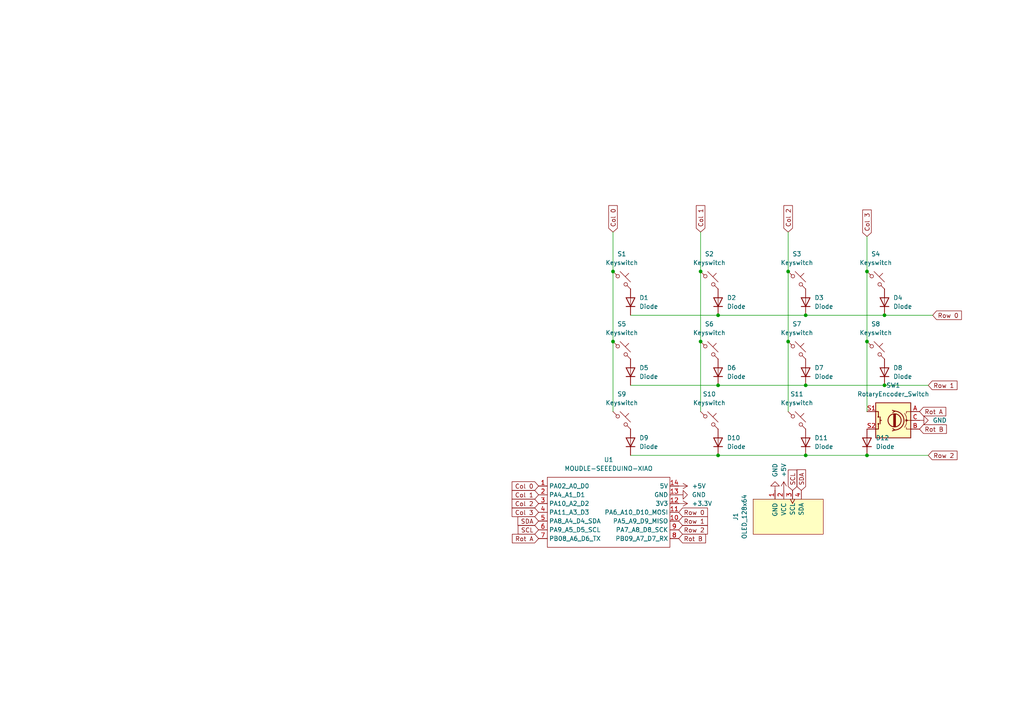
<source format=kicad_sch>
(kicad_sch (version 20231120) (generator "eeschema") (generator_version "8.0")
  (paper "A4")
  (lib_symbols
    (symbol "Device:RotaryEncoder_Switch" (pin_names (offset 0.254) hide)
      (property "Reference" "SW" (at 0 6.604 0))
      (property "Value" "RotaryEncoder_Switch" (at 0 -6.604 0))
      (symbol "RotaryEncoder_Switch_0_1"
        (rectangle (start -5.08 5.08) (end 5.08 -5.08) (stroke (width 0.254)) (fill (type background)))
        (circle (center -3.81 0) (radius 0.254) (fill (type outline)))
        (circle (center -0.381 0) (radius 1.905) (stroke (width 0.254)))
        (arc (start -0.381 2.667) (mid -3.0988 -0.0635) (end -0.381 -2.794) (stroke (width 0.254)))
        (polyline (pts (xy -0.635 -1.778) (xy -0.635 1.778)) (stroke (width 0.254)))
        (polyline (pts (xy -0.381 -1.778) (xy -0.381 1.778)) (stroke (width 0.254)))
        (polyline (pts (xy -0.127 1.778) (xy -0.127 -1.778)) (stroke (width 0.254)))
        (polyline (pts (xy 3.81 0) (xy 3.429 0)) (stroke (width 0.254)))
        (polyline (pts (xy 3.81 1.016) (xy 3.81 -1.016)) (stroke (width 0.254)))
        (polyline (pts (xy -5.08 -2.54) (xy -3.81 -2.54) (xy -3.81 -2.032)))
        (polyline (pts (xy -5.08 2.54) (xy -3.81 2.54) (xy -3.81 2.032)))
        (polyline (pts (xy 0.254 -3.048) (xy -0.508 -2.794) (xy 0.127 -2.413)) (stroke (width 0.254)))
        (polyline (pts (xy 0.254 2.921) (xy -0.508 2.667) (xy 0.127 2.286)) (stroke (width 0.254)))
        (polyline (pts (xy 5.08 -2.54) (xy 4.318 -2.54) (xy 4.318 -1.016)) (stroke (width 0.254)))
        (polyline (pts (xy 5.08 2.54) (xy 4.318 2.54) (xy 4.318 1.016)) (stroke (width 0.254)))
        (polyline (pts (xy -5.08 0) (xy -3.81 0) (xy -3.81 -1.016) (xy -3.302 -2.032)))
        (polyline (pts (xy -4.318 0) (xy -3.81 0) (xy -3.81 1.016) (xy -3.302 2.032)))
        (circle (center 4.318 -1.016) (radius 0.127) (stroke (width 0.254)))
        (circle (center 4.318 1.016) (radius 0.127) (stroke (width 0.254)))
      )
      (symbol "RotaryEncoder_Switch_1_1"
        (pin passive line (at -7.62 2.54 0) (length 2.54) (name "A") (number "A"))
        (pin passive line (at -7.62 -2.54 0) (length 2.54) (name "B") (number "B"))
        (pin passive line (at -7.62 0 0) (length 2.54) (name "C") (number "C"))
        (pin passive line (at 7.62 2.54 180) (length 2.54) (name "S1") (number "S1"))
        (pin passive line (at 7.62 -2.54 180) (length 2.54) (name "S2") (number "S2"))
      )
    )
    (symbol "MOUDLE-SEEEDUINO-XIAO:MOUDLE-SEEEDUINO-XIAO"
      (property "Reference" "U" (at -16.51 11.43 0))
      (property "Value" "MOUDLE-SEEEDUINO-XIAO" (at -3.81 -11.43 0))
      (symbol "MOUDLE-SEEEDUINO-XIAO_0_1"
        (rectangle (start -16.51 10.16) (end 19.05 -10.16))
      )
      (symbol "MOUDLE-SEEEDUINO-XIAO_1_1"
        (pin passive line (at -19.05 7.62 0) (length 2.54) (name "PA02_A0_D0") (number "1"))
        (pin passive line (at 21.59 -2.54 180) (length 2.54) (name "PA5_A9_D9_MISO") (number "10"))
        (pin passive line (at 21.59 0 180) (length 2.54) (name "PA6_A10_D10_MOSI") (number "11"))
        (pin passive line (at 21.59 2.54 180) (length 2.54) (name "3V3") (number "12"))
        (pin passive line (at 21.59 5.08 180) (length 2.54) (name "GND") (number "13"))
        (pin passive line (at 21.59 7.62 180) (length 2.54) (name "5V") (number "14"))
        (pin passive line (at -19.05 5.08 0) (length 2.54) (name "PA4_A1_D1") (number "2"))
        (pin passive line (at -19.05 2.54 0) (length 2.54) (name "PA10_A2_D2") (number "3"))
        (pin passive line (at -19.05 0 0) (length 2.54) (name "PA11_A3_D3") (number "4"))
        (pin passive line (at -19.05 -2.54 0) (length 2.54) (name "PA8_A4_D4_SDA") (number "5"))
        (pin passive line (at -19.05 -5.08 0) (length 2.54) (name "PA9_A5_D5_SCL") (number "6"))
        (pin passive line (at -19.05 -7.62 0) (length 2.54) (name "PB08_A6_D6_TX") (number "7"))
        (pin passive line (at 21.59 -7.62 180) (length 2.54) (name "PB09_A7_D7_RX") (number "8"))
        (pin passive line (at 21.59 -5.08 180) (length 2.54) (name "PA7_A8_D8_SCK") (number "9"))
      )
    )
    (symbol "ScottoKeebs:OLED_128x64" (pin_names (offset 1.016))
      (property "Reference" "J" (at 0 -11.43 0))
      (property "Value" "OLED_128x64" (at 0 -7.62 0))
      (symbol "OLED_128x64_0_1"
        (rectangle (start 10.16 -10.16) (end -10.16 0) (fill (type background)))
      )
      (symbol "OLED_128x64_1_1"
        (pin power_in line (at -3.81 2.54 270) (length 2.54) (name "GND") (number "1"))
        (pin power_in line (at -1.27 2.54 270) (length 2.54) (name "VCC") (number "2"))
        (pin input clock (at 1.27 2.54 270) (length 2.54) (name "SCL") (number "3"))
        (pin bidirectional line (at 3.81 2.54 270) (length 2.54) (name "SDA") (number "4"))
      )
    )
    (symbol "ScottoKeebs:Placeholder_Diode" (pin_numbers hide) (pin_names hide)
      (property "Reference" "D" (at 0 2.54 0))
      (property "Value" "Diode" (at 0 -2.54 0))
      (symbol "Placeholder_Diode_0_1"
        (polyline (pts (xy -1.27 1.27) (xy -1.27 -1.27)) (stroke (width 0.254)))
        (polyline (pts (xy 1.27 0) (xy -1.27 0)))
        (polyline (pts (xy 1.27 1.27) (xy 1.27 -1.27) (xy -1.27 0) (xy 1.27 1.27)) (stroke (width 0.254)))
      )
      (symbol "Placeholder_Diode_1_1"
        (pin passive line (at -3.81 0 0) (length 2.54) (name "K") (number "1"))
        (pin passive line (at 3.81 0 180) (length 2.54) (name "A") (number "2"))
      )
    )
    (symbol "ScottoKeebs:Placeholder_Keyswitch" (pin_numbers hide) (pin_names (offset 1.016) hide)
      (property "Reference" "S" (at 3.048 1.016 0))
      (property "Value" "Keyswitch" (at 0 -3.81 0))
      (symbol "Placeholder_Keyswitch_0_1"
        (circle (center -1.1684 1.1684) (radius 0.508))
        (polyline (pts (xy -0.508 2.54) (xy 2.54 -0.508)))
        (polyline (pts (xy 1.016 1.016) (xy 2.032 2.032)))
        (polyline (pts (xy -2.54 2.54) (xy -1.524 1.524) (xy -1.524 1.524)))
        (polyline (pts (xy 1.524 -1.524) (xy 2.54 -2.54) (xy 2.54 -2.54) (xy 2.54 -2.54)))
        (circle (center 1.143 -1.1938) (radius 0.508))
        (pin passive line (at -2.54 2.54 0) (length 0) (name "1") (number "1"))
        (pin passive line (at 2.54 -2.54 180) (length 0) (name "2") (number "2"))
      )
    )
    (symbol "power:+3.3V" (power) (pin_numbers hide) (pin_names (offset 0) hide)
      (property "Value" "+3.3V" (at 0 3.556 0))
      (symbol "+3.3V_0_1"
        (polyline (pts (xy -0.762 1.27) (xy 0 2.54)))
        (polyline (pts (xy 0 0) (xy 0 2.54)))
        (polyline (pts (xy 0 2.54) (xy 0.762 1.27)))
      )
      (symbol "+3.3V_1_1"
        (pin power_in line (at 0 0 90) (length 0) (name "~") (number "1"))
      )
    )
    (symbol "power:+5V" (power) (pin_numbers hide) (pin_names (offset 0) hide)
      (property "Value" "+5V" (at 0 3.556 0))
      (symbol "+5V_0_1"
        (polyline (pts (xy -0.762 1.27) (xy 0 2.54)))
        (polyline (pts (xy 0 0) (xy 0 2.54)))
        (polyline (pts (xy 0 2.54) (xy 0.762 1.27)))
      )
      (symbol "+5V_1_1"
        (pin power_in line (at 0 0 90) (length 0) (name "~") (number "1"))
      )
    )
    (symbol "power:GND" (power) (pin_numbers hide) (pin_names (offset 0) hide)
      (property "Value" "GND" (at 0 -3.81 0))
      (symbol "GND_0_1"
        (polyline (pts (xy 0 0) (xy 0 -1.27) (xy 1.27 -1.27) (xy 0 -2.54) (xy -1.27 -1.27) (xy 0 -1.27)))
      )
      (symbol "GND_1_1"
        (pin power_in line (at 0 0 270) (length 0) (name "~") (number "1"))
      )
    )
  )
  (junction (at 233.68 132.08))
  (junction (at 251.46 78.74))
  (junction (at 256.54 91.44))
  (junction (at 233.68 91.44))
  (junction (at 228.6 99.06))
  (junction (at 251.46 99.06))
  (junction (at 177.8 78.74))
  (junction (at 233.68 111.76))
  (junction (at 203.2 78.74))
  (junction (at 228.6 78.74))
  (junction (at 251.46 132.08))
  (junction (at 208.28 91.44))
  (junction (at 208.28 111.76))
  (junction (at 208.28 132.08))
  (junction (at 177.8 99.06))
  (junction (at 203.2 99.06))
  (junction (at 256.54 111.76))
  (wire (pts (xy 251.46 68.58) (xy 251.46 78.74)))
  (wire (pts (xy 256.54 111.76) (xy 269.24 111.76)))
  (wire (pts (xy 208.28 111.76) (xy 233.68 111.76)))
  (wire (pts (xy 233.68 91.44) (xy 256.54 91.44)))
  (wire (pts (xy 203.2 67.31) (xy 203.2 78.74)))
  (wire (pts (xy 233.68 111.76) (xy 256.54 111.76)))
  (wire (pts (xy 208.28 91.44) (xy 233.68 91.44)))
  (wire (pts (xy 203.2 78.74) (xy 203.2 99.06)))
  (wire (pts (xy 228.6 99.06) (xy 228.6 119.38)))
  (wire (pts (xy 177.8 99.06) (xy 177.8 119.38)))
  (wire (pts (xy 233.68 132.08) (xy 251.46 132.08)))
  (wire (pts (xy 251.46 99.06) (xy 251.46 119.38)))
  (wire (pts (xy 228.6 78.74) (xy 228.6 99.06)))
  (wire (pts (xy 251.46 78.74) (xy 251.46 99.06)))
  (wire (pts (xy 177.8 67.31) (xy 177.8 78.74)))
  (wire (pts (xy 182.88 91.44) (xy 208.28 91.44)))
  (wire (pts (xy 256.54 91.44) (xy 270.51 91.44)))
  (wire (pts (xy 182.88 111.76) (xy 208.28 111.76)))
  (wire (pts (xy 228.6 67.31) (xy 228.6 78.74)))
  (wire (pts (xy 182.88 132.08) (xy 208.28 132.08)))
  (wire (pts (xy 251.46 132.08) (xy 269.24 132.08)))
  (wire (pts (xy 208.28 132.08) (xy 233.68 132.08)))
  (wire (pts (xy 203.2 99.06) (xy 203.2 119.38)))
  (wire (pts (xy 177.8 78.74) (xy 177.8 99.06)))
  (global_label "Row 2" (shape input) (at 269.24 132.08 0) (property "Intersheetrefs" "${INTERSHEET_REFS}" (effects (hide yes))))
  (global_label "Col 2" (shape input) (at 156.21 146.05 180) (property "Intersheetrefs" "${INTERSHEET_REFS}" (effects (hide yes))))
  (global_label "Row 0" (shape input) (at 196.85 148.59 0) (property "Intersheetrefs" "${INTERSHEET_REFS}" (effects (hide yes))))
  (global_label "Row 1" (shape input) (at 269.24 111.76 0) (property "Intersheetrefs" "${INTERSHEET_REFS}" (effects (hide yes))))
  (global_label "Col 0" (shape input) (at 177.8 67.31 90) (property "Intersheetrefs" "${INTERSHEET_REFS}" (effects (hide yes))))
  (global_label "Col 1" (shape input) (at 156.21 143.51 180) (property "Intersheetrefs" "${INTERSHEET_REFS}" (effects (hide yes))))
  (global_label "Col 0" (shape input) (at 156.21 140.97 180) (property "Intersheetrefs" "${INTERSHEET_REFS}" (effects (hide yes))))
  (global_label "Col 3" (shape input) (at 156.21 148.59 180) (property "Intersheetrefs" "${INTERSHEET_REFS}" (effects (hide yes))))
  (global_label "Rot A" (shape input) (at 156.21 156.21 180) (property "Intersheetrefs" "${INTERSHEET_REFS}" (effects (hide yes))))
  (global_label "SDA" (shape input) (at 156.21 151.13 180) (property "Intersheetrefs" "${INTERSHEET_REFS}" (effects (hide yes))))
  (global_label "Rot B" (shape input) (at 266.7 124.46 0) (property "Intersheetrefs" "${INTERSHEET_REFS}" (effects (hide yes))))
  (global_label "Row 0" (shape input) (at 270.51 91.44 0) (property "Intersheetrefs" "${INTERSHEET_REFS}" (effects (hide yes))))
  (global_label "Col 2" (shape input) (at 228.6 67.31 90) (property "Intersheetrefs" "${INTERSHEET_REFS}" (effects (hide yes))))
  (global_label "Rot B" (shape input) (at 196.85 156.21 0) (property "Intersheetrefs" "${INTERSHEET_REFS}" (effects (hide yes))))
  (global_label "Col 3" (shape input) (at 251.46 68.58 90) (property "Intersheetrefs" "${INTERSHEET_REFS}" (effects (hide yes))))
  (global_label "SCL" (shape input) (at 229.87 142.24 90) (property "Intersheetrefs" "${INTERSHEET_REFS}" (effects (hide yes))))
  (global_label "SDA" (shape input) (at 232.41 142.24 90) (property "Intersheetrefs" "${INTERSHEET_REFS}" (effects (hide yes))))
  (global_label "SCL" (shape input) (at 156.21 153.67 180) (property "Intersheetrefs" "${INTERSHEET_REFS}" (effects (hide yes))))
  (global_label "Row 1" (shape input) (at 196.85 151.13 0) (property "Intersheetrefs" "${INTERSHEET_REFS}" (effects (hide yes))))
  (global_label "Col 1" (shape input) (at 203.2 67.31 90) (property "Intersheetrefs" "${INTERSHEET_REFS}" (effects (hide yes))))
  (global_label "Row 2" (shape input) (at 196.85 153.67 0) (property "Intersheetrefs" "${INTERSHEET_REFS}" (effects (hide yes))))
  (global_label "Rot A" (shape input) (at 266.7 119.38 0) (property "Intersheetrefs" "${INTERSHEET_REFS}" (effects (hide yes))))
  (symbol (lib_id "ScottoKeebs:Placeholder_Keyswitch") (at 231.14 101.6 0) (unit 1)
    (property "Reference" "S7" (at 231.14 93.98 0))
    (property "Value" "Keyswitch" (at 231.14 96.52 0))
    (property "Footprint" "ScottoKeebs_MX:MX_PCB_1.00u" (effects (hide yes)))
    (property "Description" "Push button switch, normally open, two pins, 45° tilted" (effects (hide yes)))
  )
  (symbol (lib_id "ScottoKeebs:Placeholder_Diode") (at 208.28 87.63 90) (unit 1)
    (property "Reference" "D2" (at 210.82 86.3599 90) (effects (justify right)))
    (property "Value" "Diode" (at 210.82 88.8999 90) (effects (justify right)))
    (property "Footprint" "ScottoKeebs_Components:Diode_DO-35" (effects (hide yes)))
    (property "Description" "1N4148 (DO-35) or 1N4148W (SOD-123)" (effects (hide yes)))
    (property "Sim.Device" "D" (effects (hide yes)))
    (property "Sim.Pins" "1=K 2=A" (effects (hide yes)))
  )
  (symbol (lib_id "ScottoKeebs:Placeholder_Keyswitch") (at 231.14 81.28 0) (unit 1)
    (property "Reference" "S3" (at 231.14 73.66 0))
    (property "Value" "Keyswitch" (at 231.14 76.2 0))
    (property "Footprint" "ScottoKeebs_MX:MX_PCB_1.00u" (effects (hide yes)))
    (property "Description" "Push button switch, normally open, two pins, 45° tilted" (effects (hide yes)))
  )
  (symbol (lib_id "ScottoKeebs:Placeholder_Keyswitch") (at 254 101.6 0) (unit 1)
    (property "Reference" "S8" (at 254 93.98 0))
    (property "Value" "Keyswitch" (at 254 96.52 0))
    (property "Footprint" "ScottoKeebs_MX:MX_PCB_1.00u" (effects (hide yes)))
    (property "Description" "Push button switch, normally open, two pins, 45° tilted" (effects (hide yes)))
  )
  (symbol (lib_id "power:GND") (at 196.85 143.51 90) (unit 1)
    (property "Reference" "#PWR01" (effects (hide yes)))
    (property "Value" "GND" (at 200.66 143.5099 90) (effects (justify right)))
    (property "Description" "Power symbol creates a global label with name \"GND\" , ground" (effects (hide yes)))
  )
  (symbol (lib_id "ScottoKeebs:Placeholder_Diode") (at 182.88 87.63 90) (unit 1)
    (property "Reference" "D1" (at 185.42 86.3599 90) (effects (justify right)))
    (property "Value" "Diode" (at 185.42 88.8999 90) (effects (justify right)))
    (property "Footprint" "ScottoKeebs_Components:Diode_DO-35" (effects (hide yes)))
    (property "Description" "1N4148 (DO-35) or 1N4148W (SOD-123)" (effects (hide yes)))
    (property "Sim.Device" "D" (effects (hide yes)))
    (property "Sim.Pins" "1=K 2=A" (effects (hide yes)))
  )
  (symbol (lib_id "ScottoKeebs:Placeholder_Diode") (at 182.88 128.27 90) (unit 1)
    (property "Reference" "D9" (at 185.42 126.9999 90) (effects (justify right)))
    (property "Value" "Diode" (at 185.42 129.5399 90) (effects (justify right)))
    (property "Footprint" "ScottoKeebs_Components:Diode_DO-35" (effects (hide yes)))
    (property "Description" "1N4148 (DO-35) or 1N4148W (SOD-123)" (effects (hide yes)))
    (property "Sim.Device" "D" (effects (hide yes)))
    (property "Sim.Pins" "1=K 2=A" (effects (hide yes)))
  )
  (symbol (lib_id "ScottoKeebs:Placeholder_Keyswitch") (at 180.34 81.28 0) (unit 1)
    (property "Reference" "S1" (at 180.34 73.66 0))
    (property "Value" "Keyswitch" (at 180.34 76.2 0))
    (property "Footprint" "ScottoKeebs_MX:MX_PCB_1.00u" (effects (hide yes)))
    (property "Description" "Push button switch, normally open, two pins, 45° tilted" (effects (hide yes)))
  )
  (symbol (lib_id "ScottoKeebs:Placeholder_Diode") (at 208.28 107.95 90) (unit 1)
    (property "Reference" "D6" (at 210.82 106.6799 90) (effects (justify right)))
    (property "Value" "Diode" (at 210.82 109.2199 90) (effects (justify right)))
    (property "Footprint" "ScottoKeebs_Components:Diode_DO-35" (effects (hide yes)))
    (property "Description" "1N4148 (DO-35) or 1N4148W (SOD-123)" (effects (hide yes)))
    (property "Sim.Device" "D" (effects (hide yes)))
    (property "Sim.Pins" "1=K 2=A" (effects (hide yes)))
  )
  (symbol (lib_id "ScottoKeebs:Placeholder_Keyswitch") (at 180.34 101.6 0) (unit 1)
    (property "Reference" "S5" (at 180.34 93.98 0))
    (property "Value" "Keyswitch" (at 180.34 96.52 0))
    (property "Footprint" "ScottoKeebs_MX:MX_PCB_1.00u" (effects (hide yes)))
    (property "Description" "Push button switch, normally open, two pins, 45° tilted" (effects (hide yes)))
  )
  (symbol (lib_id "ScottoKeebs:Placeholder_Diode") (at 182.88 107.95 90) (unit 1)
    (property "Reference" "D5" (at 185.42 106.6799 90) (effects (justify right)))
    (property "Value" "Diode" (at 185.42 109.2199 90) (effects (justify right)))
    (property "Footprint" "ScottoKeebs_Components:Diode_DO-35" (effects (hide yes)))
    (property "Description" "1N4148 (DO-35) or 1N4148W (SOD-123)" (effects (hide yes)))
    (property "Sim.Device" "D" (effects (hide yes)))
    (property "Sim.Pins" "1=K 2=A" (effects (hide yes)))
  )
  (symbol (lib_id "ScottoKeebs:Placeholder_Diode") (at 256.54 107.95 90) (unit 1)
    (property "Reference" "D8" (at 259.08 106.6799 90) (effects (justify right)))
    (property "Value" "Diode" (at 259.08 109.2199 90) (effects (justify right)))
    (property "Footprint" "ScottoKeebs_Components:Diode_DO-35" (effects (hide yes)))
    (property "Description" "1N4148 (DO-35) or 1N4148W (SOD-123)" (effects (hide yes)))
    (property "Sim.Device" "D" (effects (hide yes)))
    (property "Sim.Pins" "1=K 2=A" (effects (hide yes)))
  )
  (symbol (lib_id "ScottoKeebs:Placeholder_Diode") (at 208.28 128.27 90) (unit 1)
    (property "Reference" "D10" (at 210.82 126.9999 90) (effects (justify right)))
    (property "Value" "Diode" (at 210.82 129.5399 90) (effects (justify right)))
    (property "Footprint" "ScottoKeebs_Components:Diode_DO-35" (effects (hide yes)))
    (property "Description" "1N4148 (DO-35) or 1N4148W (SOD-123)" (effects (hide yes)))
    (property "Sim.Device" "D" (effects (hide yes)))
    (property "Sim.Pins" "1=K 2=A" (effects (hide yes)))
  )
  (symbol (lib_id "MOUDLE-SEEEDUINO-XIAO:MOUDLE-SEEEDUINO-XIAO") (at 175.26 148.59 0) (unit 1)
    (property "Reference" "U1" (at 176.53 133.35 0))
    (property "Value" "MOUDLE-SEEEDUINO-XIAO" (at 176.53 135.89 0))
    (property "Footprint" "XIAO_PCB:MOUDLE14P-2.54-21X17.8MM" (effects (hide yes)))
  )
  (symbol (lib_id "ScottoKeebs:Placeholder_Keyswitch") (at 205.74 81.28 0) (unit 1)
    (property "Reference" "S2" (at 205.74 73.66 0))
    (property "Value" "Keyswitch" (at 205.74 76.2 0))
    (property "Footprint" "ScottoKeebs_MX:MX_PCB_1.00u" (effects (hide yes)))
    (property "Description" "Push button switch, normally open, two pins, 45° tilted" (effects (hide yes)))
  )
  (symbol (lib_id "ScottoKeebs:Placeholder_Diode") (at 256.54 87.63 90) (unit 1)
    (property "Reference" "D4" (at 259.08 86.3599 90) (effects (justify right)))
    (property "Value" "Diode" (at 259.08 88.8999 90) (effects (justify right)))
    (property "Footprint" "ScottoKeebs_Components:Diode_DO-35" (effects (hide yes)))
    (property "Description" "1N4148 (DO-35) or 1N4148W (SOD-123)" (effects (hide yes)))
    (property "Sim.Device" "D" (effects (hide yes)))
    (property "Sim.Pins" "1=K 2=A" (effects (hide yes)))
  )
  (symbol (lib_id "Device:RotaryEncoder_Switch") (at 259.08 121.92 0) (mirror y) (unit 1)
    (property "Reference" "SW1" (at 259.08 111.76 0))
    (property "Value" "RotaryEncoder_Switch" (at 259.08 114.3 0))
    (property "Footprint" "Rotary_Encoder:RotaryEncoder_Alps_EC11E-Switch_Vertical_H20mm" (effects (hide yes)))
    (property "Description" "Rotary encoder, dual channel, incremental quadrate outputs, with switch" (effects (hide yes)))
  )
  (symbol (lib_id "ScottoKeebs:Placeholder_Diode") (at 233.68 128.27 90) (unit 1)
    (property "Reference" "D11" (at 236.22 126.9999 90) (effects (justify right)))
    (property "Value" "Diode" (at 236.22 129.5399 90) (effects (justify right)))
    (property "Footprint" "ScottoKeebs_Components:Diode_DO-35" (effects (hide yes)))
    (property "Description" "1N4148 (DO-35) or 1N4148W (SOD-123)" (effects (hide yes)))
    (property "Sim.Device" "D" (effects (hide yes)))
    (property "Sim.Pins" "1=K 2=A" (effects (hide yes)))
  )
  (symbol (lib_id "power:GND") (at 224.79 142.24 180) (unit 1)
    (property "Reference" "#PWR04" (effects (hide yes)))
    (property "Value" "GND" (at 224.7899 138.43 90) (effects (justify right)))
    (property "Description" "Power symbol creates a global label with name \"GND\" , ground" (effects (hide yes)))
  )
  (symbol (lib_id "power:+5V") (at 196.85 140.97 270) (unit 1)
    (property "Reference" "#PWR02" (effects (hide yes)))
    (property "Value" "+5V" (at 200.66 140.9699 90) (effects (justify left)))
    (property "Description" "Power symbol creates a global label with name \"+5V\"" (effects (hide yes)))
  )
  (symbol (lib_id "ScottoKeebs:Placeholder_Keyswitch") (at 205.74 121.92 0) (unit 1)
    (property "Reference" "S10" (at 205.74 114.3 0))
    (property "Value" "Keyswitch" (at 205.74 116.84 0))
    (property "Footprint" "ScottoKeebs_MX:MX_PCB_1.00u" (effects (hide yes)))
    (property "Description" "Push button switch, normally open, two pins, 45° tilted" (effects (hide yes)))
  )
  (symbol (lib_id "ScottoKeebs:Placeholder_Diode") (at 251.46 128.27 90) (unit 1)
    (property "Reference" "D12" (at 254 126.9999 90) (effects (justify right)))
    (property "Value" "Diode" (at 254 129.5399 90) (effects (justify right)))
    (property "Footprint" "ScottoKeebs_Components:Diode_DO-35" (effects (hide yes)))
    (property "Description" "1N4148 (DO-35) or 1N4148W (SOD-123)" (effects (hide yes)))
    (property "Sim.Device" "D" (effects (hide yes)))
    (property "Sim.Pins" "1=K 2=A" (effects (hide yes)))
  )
  (symbol (lib_id "ScottoKeebs:Placeholder_Keyswitch") (at 254 81.28 0) (unit 1)
    (property "Reference" "S4" (at 254 73.66 0))
    (property "Value" "Keyswitch" (at 254 76.2 0))
    (property "Footprint" "ScottoKeebs_MX:MX_PCB_1.00u" (effects (hide yes)))
    (property "Description" "Push button switch, normally open, two pins, 45° tilted" (effects (hide yes)))
  )
  (symbol (lib_id "ScottoKeebs:Placeholder_Diode") (at 233.68 107.95 90) (unit 1)
    (property "Reference" "D7" (at 236.22 106.6799 90) (effects (justify right)))
    (property "Value" "Diode" (at 236.22 109.2199 90) (effects (justify right)))
    (property "Footprint" "ScottoKeebs_Components:Diode_DO-35" (effects (hide yes)))
    (property "Description" "1N4148 (DO-35) or 1N4148W (SOD-123)" (effects (hide yes)))
    (property "Sim.Device" "D" (effects (hide yes)))
    (property "Sim.Pins" "1=K 2=A" (effects (hide yes)))
  )
  (symbol (lib_id "ScottoKeebs:Placeholder_Keyswitch") (at 231.14 121.92 0) (unit 1)
    (property "Reference" "S11" (at 231.14 114.3 0))
    (property "Value" "Keyswitch" (at 231.14 116.84 0))
    (property "Footprint" "ScottoKeebs_MX:MX_PCB_1.00u" (effects (hide yes)))
    (property "Description" "Push button switch, normally open, two pins, 45° tilted" (effects (hide yes)))
  )
  (symbol (lib_id "power:+5V") (at 227.33 142.24 0) (unit 1)
    (property "Reference" "#PWR05" (effects (hide yes)))
    (property "Value" "+5V" (at 227.3299 138.43 90) (effects (justify left)))
    (property "Description" "Power symbol creates a global label with name \"+5V\"" (effects (hide yes)))
  )
  (symbol (lib_id "power:+3.3V") (at 196.85 146.05 270) (unit 1)
    (property "Reference" "#PWR03" (effects (hide yes)))
    (property "Value" "+3.3V" (at 200.66 146.0499 90) (effects (justify left)))
    (property "Description" "Power symbol creates a global label with name \"+3.3V\"" (effects (hide yes)))
  )
  (symbol (lib_id "power:GND") (at 266.7 121.92 90) (unit 1)
    (property "Reference" "#PWR06" (effects (hide yes)))
    (property "Value" "GND" (at 270.51 121.9199 90) (effects (justify right)))
    (property "Description" "Power symbol creates a global label with name \"GND\" , ground" (effects (hide yes)))
  )
  (symbol (lib_id "ScottoKeebs:Placeholder_Keyswitch") (at 205.74 101.6 0) (unit 1)
    (property "Reference" "S6" (at 205.74 93.98 0))
    (property "Value" "Keyswitch" (at 205.74 96.52 0))
    (property "Footprint" "ScottoKeebs_MX:MX_PCB_1.00u" (effects (hide yes)))
    (property "Description" "Push button switch, normally open, two pins, 45° tilted" (effects (hide yes)))
  )
  (symbol (lib_id "ScottoKeebs:OLED_128x64") (at 228.6 144.78 0) (unit 1)
    (property "Reference" "J1" (at 213.36 149.86 90))
    (property "Value" "OLED_128x64" (at 215.9 149.86 90))
    (property "Footprint" "ScottoKeebs_Components:OLED_128x64" (effects (hide yes)))
  )
  (symbol (lib_id "ScottoKeebs:Placeholder_Diode") (at 233.68 87.63 90) (unit 1)
    (property "Reference" "D3" (at 236.22 86.3599 90) (effects (justify right)))
    (property "Value" "Diode" (at 236.22 88.8999 90) (effects (justify right)))
    (property "Footprint" "ScottoKeebs_Components:Diode_DO-35" (effects (hide yes)))
    (property "Description" "1N4148 (DO-35) or 1N4148W (SOD-123)" (effects (hide yes)))
    (property "Sim.Device" "D" (effects (hide yes)))
    (property "Sim.Pins" "1=K 2=A" (effects (hide yes)))
  )
  (symbol (lib_id "ScottoKeebs:Placeholder_Keyswitch") (at 180.34 121.92 0) (unit 1)
    (property "Reference" "S9" (at 180.34 114.3 0))
    (property "Value" "Keyswitch" (at 180.34 116.84 0))
    (property "Footprint" "ScottoKeebs_MX:MX_PCB_1.00u" (effects (hide yes)))
    (property "Description" "Push button switch, normally open, two pins, 45° tilted" (effects (hide yes)))
  )
)
</source>
